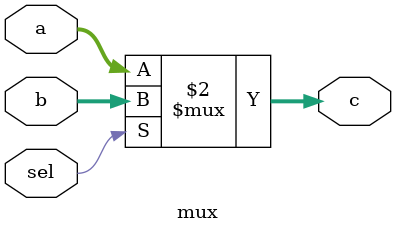
<source format=v>

module mux(
	input [31:0]  a,b,
	input         sel,
	output [31:0] c
);

	assign c = (sel == 1'b0) ? a : b;

endmodule
</source>
